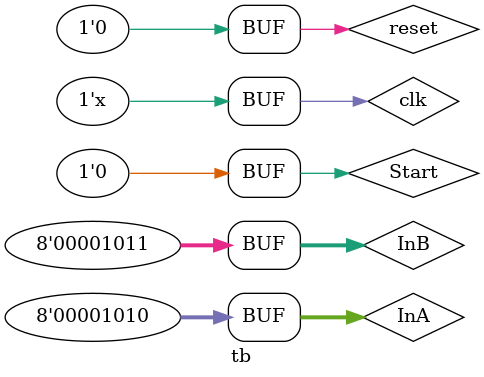
<source format=v>
`timescale 1ns / 1ps
module tb();

	reg clk,reset,Start;
	reg [7:0] InA,InB;
	wire [7:0] Out;
	wire Busy;

	TOP uut(clk,reset ,Start ,InA ,InB ,Busy ,Out );
	always #(10) clk = ~clk;

	initial begin
		clk = 0;
		reset = 1;
		InA = 0;
		InB = 0;
		Start = 0;
		#30;
        reset = 0;
		Start = 1;
		InA = 8'd10; 
		InB = 8'd11;	
		#100		
		Start = 0;
		#1000;		
	end	     
endmodule
</source>
